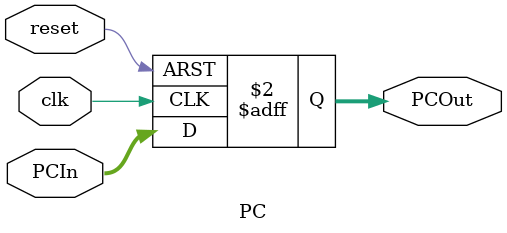
<source format=v>
`timescale 1ns / 1ps

module PC (
  input clk,
  input reset,
  input [63:0] PCIn,
  output reg [63:0] PCOut
);

  always @(posedge clk or posedge reset) begin
    if (reset)
      PCOut <= 64'd0;
    else
      PCOut <= PCIn;
  end

endmodule
</source>
